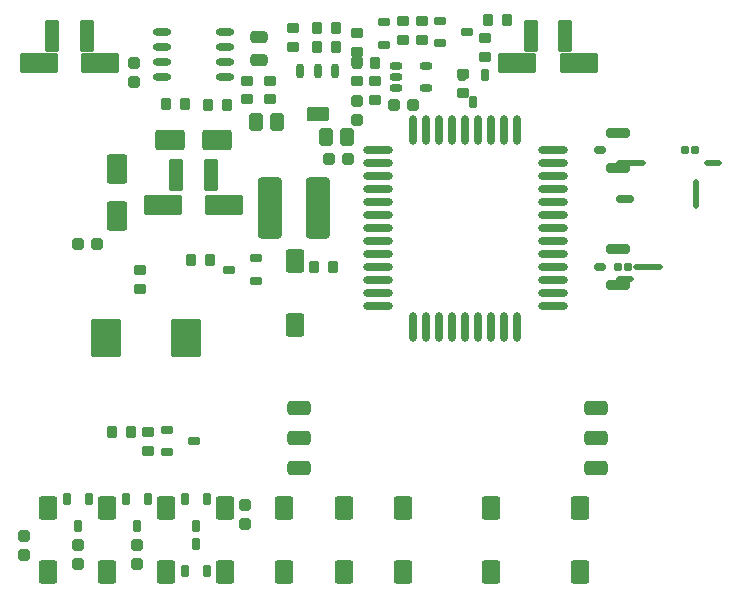
<source format=gtp>
%FSLAX44Y44*%
%MOMM*%
G71*
G01*
G75*
G04 Layer_Color=8421504*
G04:AMPARAMS|DCode=10|XSize=1.6mm|YSize=2mm|CornerRadius=0.248mm|HoleSize=0mm|Usage=FLASHONLY|Rotation=180.000|XOffset=0mm|YOffset=0mm|HoleType=Round|Shape=RoundedRectangle|*
%AMROUNDEDRECTD10*
21,1,1.6000,1.5040,0,0,180.0*
21,1,1.1040,2.0000,0,0,180.0*
1,1,0.4960,-0.5520,0.7520*
1,1,0.4960,0.5520,0.7520*
1,1,0.4960,0.5520,-0.7520*
1,1,0.4960,-0.5520,-0.7520*
%
%ADD10ROUNDEDRECTD10*%
G04:AMPARAMS|DCode=11|XSize=1mm|YSize=0.95mm|CornerRadius=0.1995mm|HoleSize=0mm|Usage=FLASHONLY|Rotation=0.000|XOffset=0mm|YOffset=0mm|HoleType=Round|Shape=RoundedRectangle|*
%AMROUNDEDRECTD11*
21,1,1.0000,0.5510,0,0,0.0*
21,1,0.6010,0.9500,0,0,0.0*
1,1,0.3990,0.3005,-0.2755*
1,1,0.3990,-0.3005,-0.2755*
1,1,0.3990,-0.3005,0.2755*
1,1,0.3990,0.3005,0.2755*
%
%ADD11ROUNDEDRECTD11*%
G04:AMPARAMS|DCode=12|XSize=1.05mm|YSize=0.65mm|CornerRadius=0.2015mm|HoleSize=0mm|Usage=FLASHONLY|Rotation=90.000|XOffset=0mm|YOffset=0mm|HoleType=Round|Shape=RoundedRectangle|*
%AMROUNDEDRECTD12*
21,1,1.0500,0.2470,0,0,90.0*
21,1,0.6470,0.6500,0,0,90.0*
1,1,0.4030,0.1235,0.3235*
1,1,0.4030,0.1235,-0.3235*
1,1,0.4030,-0.1235,-0.3235*
1,1,0.4030,-0.1235,0.3235*
%
%ADD12ROUNDEDRECTD12*%
G04:AMPARAMS|DCode=13|XSize=1mm|YSize=0.9mm|CornerRadius=0.198mm|HoleSize=0mm|Usage=FLASHONLY|Rotation=180.000|XOffset=0mm|YOffset=0mm|HoleType=Round|Shape=RoundedRectangle|*
%AMROUNDEDRECTD13*
21,1,1.0000,0.5040,0,0,180.0*
21,1,0.6040,0.9000,0,0,180.0*
1,1,0.3960,-0.3020,0.2520*
1,1,0.3960,0.3020,0.2520*
1,1,0.3960,0.3020,-0.2520*
1,1,0.3960,-0.3020,-0.2520*
%
%ADD13ROUNDEDRECTD13*%
G04:AMPARAMS|DCode=14|XSize=1.05mm|YSize=0.65mm|CornerRadius=0.2015mm|HoleSize=0mm|Usage=FLASHONLY|Rotation=180.000|XOffset=0mm|YOffset=0mm|HoleType=Round|Shape=RoundedRectangle|*
%AMROUNDEDRECTD14*
21,1,1.0500,0.2470,0,0,180.0*
21,1,0.6470,0.6500,0,0,180.0*
1,1,0.4030,-0.3235,0.1235*
1,1,0.4030,0.3235,0.1235*
1,1,0.4030,0.3235,-0.1235*
1,1,0.4030,-0.3235,-0.1235*
%
%ADD14ROUNDEDRECTD14*%
G04:AMPARAMS|DCode=15|XSize=1mm|YSize=0.9mm|CornerRadius=0.198mm|HoleSize=0mm|Usage=FLASHONLY|Rotation=90.000|XOffset=0mm|YOffset=0mm|HoleType=Round|Shape=RoundedRectangle|*
%AMROUNDEDRECTD15*
21,1,1.0000,0.5040,0,0,90.0*
21,1,0.6040,0.9000,0,0,90.0*
1,1,0.3960,0.2520,0.3020*
1,1,0.3960,0.2520,-0.3020*
1,1,0.3960,-0.2520,-0.3020*
1,1,0.3960,-0.2520,0.3020*
%
%ADD15ROUNDEDRECTD15*%
G04:AMPARAMS|DCode=16|XSize=3.3mm|YSize=2.5mm|CornerRadius=0.2mm|HoleSize=0mm|Usage=FLASHONLY|Rotation=270.000|XOffset=0mm|YOffset=0mm|HoleType=Round|Shape=RoundedRectangle|*
%AMROUNDEDRECTD16*
21,1,3.3000,2.1000,0,0,270.0*
21,1,2.9000,2.5000,0,0,270.0*
1,1,0.4000,-1.0500,-1.4500*
1,1,0.4000,-1.0500,1.4500*
1,1,0.4000,1.0500,1.4500*
1,1,0.4000,1.0500,-1.4500*
%
%ADD16ROUNDEDRECTD16*%
G04:AMPARAMS|DCode=17|XSize=1.45mm|YSize=1.15mm|CornerRadius=0.2013mm|HoleSize=0mm|Usage=FLASHONLY|Rotation=270.000|XOffset=0mm|YOffset=0mm|HoleType=Round|Shape=RoundedRectangle|*
%AMROUNDEDRECTD17*
21,1,1.4500,0.7475,0,0,270.0*
21,1,1.0475,1.1500,0,0,270.0*
1,1,0.4025,-0.3738,-0.5238*
1,1,0.4025,-0.3738,0.5238*
1,1,0.4025,0.3738,0.5238*
1,1,0.4025,0.3738,-0.5238*
%
%ADD17ROUNDEDRECTD17*%
G04:AMPARAMS|DCode=18|XSize=1.2mm|YSize=0.6mm|CornerRadius=0.201mm|HoleSize=0mm|Usage=FLASHONLY|Rotation=270.000|XOffset=0mm|YOffset=0mm|HoleType=Round|Shape=RoundedRectangle|*
%AMROUNDEDRECTD18*
21,1,1.2000,0.1980,0,0,270.0*
21,1,0.7980,0.6000,0,0,270.0*
1,1,0.4020,-0.0990,-0.3990*
1,1,0.4020,-0.0990,0.3990*
1,1,0.4020,0.0990,0.3990*
1,1,0.4020,0.0990,-0.3990*
%
%ADD18ROUNDEDRECTD18*%
G04:AMPARAMS|DCode=19|XSize=1.9mm|YSize=1.2mm|CornerRadius=0.198mm|HoleSize=0mm|Usage=FLASHONLY|Rotation=0.000|XOffset=0mm|YOffset=0mm|HoleType=Round|Shape=RoundedRectangle|*
%AMROUNDEDRECTD19*
21,1,1.9000,0.8040,0,0,0.0*
21,1,1.5040,1.2000,0,0,0.0*
1,1,0.3960,0.7520,-0.4020*
1,1,0.3960,-0.7520,-0.4020*
1,1,0.3960,-0.7520,0.4020*
1,1,0.3960,0.7520,0.4020*
%
%ADD19ROUNDEDRECTD19*%
G04:AMPARAMS|DCode=20|XSize=2.5mm|YSize=1.7mm|CornerRadius=0.204mm|HoleSize=0mm|Usage=FLASHONLY|Rotation=270.000|XOffset=0mm|YOffset=0mm|HoleType=Round|Shape=RoundedRectangle|*
%AMROUNDEDRECTD20*
21,1,2.5000,1.2920,0,0,270.0*
21,1,2.0920,1.7000,0,0,270.0*
1,1,0.4080,-0.6460,-1.0460*
1,1,0.4080,-0.6460,1.0460*
1,1,0.4080,0.6460,1.0460*
1,1,0.4080,0.6460,-1.0460*
%
%ADD20ROUNDEDRECTD20*%
G04:AMPARAMS|DCode=21|XSize=2.7mm|YSize=1.2mm|CornerRadius=0.21mm|HoleSize=0mm|Usage=FLASHONLY|Rotation=90.000|XOffset=0mm|YOffset=0mm|HoleType=Round|Shape=RoundedRectangle|*
%AMROUNDEDRECTD21*
21,1,2.7000,0.7800,0,0,90.0*
21,1,2.2800,1.2000,0,0,90.0*
1,1,0.4200,0.3900,1.1400*
1,1,0.4200,0.3900,-1.1400*
1,1,0.4200,-0.3900,-1.1400*
1,1,0.4200,-0.3900,1.1400*
%
%ADD21ROUNDEDRECTD21*%
G04:AMPARAMS|DCode=22|XSize=1mm|YSize=0.95mm|CornerRadius=0.1995mm|HoleSize=0mm|Usage=FLASHONLY|Rotation=270.000|XOffset=0mm|YOffset=0mm|HoleType=Round|Shape=RoundedRectangle|*
%AMROUNDEDRECTD22*
21,1,1.0000,0.5510,0,0,270.0*
21,1,0.6010,0.9500,0,0,270.0*
1,1,0.3990,-0.2755,-0.3005*
1,1,0.3990,-0.2755,0.3005*
1,1,0.3990,0.2755,0.3005*
1,1,0.3990,0.2755,-0.3005*
%
%ADD22ROUNDEDRECTD22*%
G04:AMPARAMS|DCode=23|XSize=0.7mm|YSize=1mm|CornerRadius=0.175mm|HoleSize=0mm|Usage=FLASHONLY|Rotation=90.000|XOffset=0mm|YOffset=0mm|HoleType=Round|Shape=RoundedRectangle|*
%AMROUNDEDRECTD23*
21,1,0.7000,0.6500,0,0,90.0*
21,1,0.3500,1.0000,0,0,90.0*
1,1,0.3500,0.3250,0.1750*
1,1,0.3500,0.3250,-0.1750*
1,1,0.3500,-0.3250,-0.1750*
1,1,0.3500,-0.3250,0.1750*
%
%ADD23ROUNDEDRECTD23*%
G04:AMPARAMS|DCode=24|XSize=0.8mm|YSize=2mm|CornerRadius=0.2mm|HoleSize=0mm|Usage=FLASHONLY|Rotation=90.000|XOffset=0mm|YOffset=0mm|HoleType=Round|Shape=RoundedRectangle|*
%AMROUNDEDRECTD24*
21,1,0.8000,1.6000,0,0,90.0*
21,1,0.4000,2.0000,0,0,90.0*
1,1,0.4000,0.8000,0.2000*
1,1,0.4000,0.8000,-0.2000*
1,1,0.4000,-0.8000,-0.2000*
1,1,0.4000,-0.8000,0.2000*
%
%ADD24ROUNDEDRECTD24*%
G04:AMPARAMS|DCode=25|XSize=1.45mm|YSize=0.95mm|CornerRadius=0.1995mm|HoleSize=0mm|Usage=FLASHONLY|Rotation=0.000|XOffset=0mm|YOffset=0mm|HoleType=Round|Shape=RoundedRectangle|*
%AMROUNDEDRECTD25*
21,1,1.4500,0.5510,0,0,0.0*
21,1,1.0510,0.9500,0,0,0.0*
1,1,0.3990,0.5255,-0.2755*
1,1,0.3990,-0.5255,-0.2755*
1,1,0.3990,-0.5255,0.2755*
1,1,0.3990,0.5255,0.2755*
%
%ADD25ROUNDEDRECTD25*%
%ADD26O,1.5500X0.6000*%
G04:AMPARAMS|DCode=27|XSize=5.2mm|YSize=2mm|CornerRadius=0.25mm|HoleSize=0mm|Usage=FLASHONLY|Rotation=270.000|XOffset=0mm|YOffset=0mm|HoleType=Round|Shape=RoundedRectangle|*
%AMROUNDEDRECTD27*
21,1,5.2000,1.5000,0,0,270.0*
21,1,4.7000,2.0000,0,0,270.0*
1,1,0.5000,-0.7500,-2.3500*
1,1,0.5000,-0.7500,2.3500*
1,1,0.5000,0.7500,2.3500*
1,1,0.5000,0.7500,-2.3500*
%
%ADD27ROUNDEDRECTD27*%
G04:AMPARAMS|DCode=28|XSize=2.5mm|YSize=1.7mm|CornerRadius=0.204mm|HoleSize=0mm|Usage=FLASHONLY|Rotation=180.000|XOffset=0mm|YOffset=0mm|HoleType=Round|Shape=RoundedRectangle|*
%AMROUNDEDRECTD28*
21,1,2.5000,1.2920,0,0,180.0*
21,1,2.0920,1.7000,0,0,180.0*
1,1,0.4080,-1.0460,0.6460*
1,1,0.4080,1.0460,0.6460*
1,1,0.4080,1.0460,-0.6460*
1,1,0.4080,-1.0460,-0.6460*
%
%ADD28ROUNDEDRECTD28*%
G04:AMPARAMS|DCode=29|XSize=3.3mm|YSize=1.65mm|CornerRadius=0.198mm|HoleSize=0mm|Usage=FLASHONLY|Rotation=180.000|XOffset=0mm|YOffset=0mm|HoleType=Round|Shape=RoundedRectangle|*
%AMROUNDEDRECTD29*
21,1,3.3000,1.2540,0,0,180.0*
21,1,2.9040,1.6500,0,0,180.0*
1,1,0.3960,-1.4520,0.6270*
1,1,0.3960,1.4520,0.6270*
1,1,0.3960,1.4520,-0.6270*
1,1,0.3960,-1.4520,-0.6270*
%
%ADD29ROUNDEDRECTD29*%
G04:AMPARAMS|DCode=30|XSize=1.2mm|YSize=2mm|CornerRadius=0.3mm|HoleSize=0mm|Usage=FLASHONLY|Rotation=270.000|XOffset=0mm|YOffset=0mm|HoleType=Round|Shape=RoundedRectangle|*
%AMROUNDEDRECTD30*
21,1,1.2000,1.4000,0,0,270.0*
21,1,0.6000,2.0000,0,0,270.0*
1,1,0.6000,-0.7000,-0.3000*
1,1,0.6000,-0.7000,0.3000*
1,1,0.6000,0.7000,0.3000*
1,1,0.6000,0.7000,-0.3000*
%
%ADD30ROUNDEDRECTD30*%
%ADD31O,2.5000X0.7000*%
%ADD32O,0.7000X2.5000*%
G04:AMPARAMS|DCode=33|XSize=0.67mm|YSize=0.67mm|CornerRadius=0.1508mm|HoleSize=0mm|Usage=FLASHONLY|Rotation=180.000|XOffset=0mm|YOffset=0mm|HoleType=Round|Shape=RoundedRectangle|*
%AMROUNDEDRECTD33*
21,1,0.6700,0.3685,0,0,180.0*
21,1,0.3685,0.6700,0,0,180.0*
1,1,0.3015,-0.1843,0.1843*
1,1,0.3015,0.1843,0.1843*
1,1,0.3015,0.1843,-0.1843*
1,1,0.3015,-0.1843,-0.1843*
%
%ADD33ROUNDEDRECTD33*%
G04:AMPARAMS|DCode=34|XSize=1.1mm|YSize=0.6mm|CornerRadius=0.201mm|HoleSize=0mm|Usage=FLASHONLY|Rotation=0.000|XOffset=0mm|YOffset=0mm|HoleType=Round|Shape=RoundedRectangle|*
%AMROUNDEDRECTD34*
21,1,1.1000,0.1980,0,0,0.0*
21,1,0.6980,0.6000,0,0,0.0*
1,1,0.4020,0.3490,-0.0990*
1,1,0.4020,-0.3490,-0.0990*
1,1,0.4020,-0.3490,0.0990*
1,1,0.4020,0.3490,0.0990*
%
%ADD34ROUNDEDRECTD34*%
%ADD35O,1.5000X0.5000*%
%ADD36O,0.5000X2.5000*%
G04:AMPARAMS|DCode=37|XSize=0.7mm|YSize=1.5mm|CornerRadius=0.175mm|HoleSize=0mm|Usage=FLASHONLY|Rotation=90.000|XOffset=0mm|YOffset=0mm|HoleType=Round|Shape=RoundedRectangle|*
%AMROUNDEDRECTD37*
21,1,0.7000,1.1500,0,0,90.0*
21,1,0.3500,1.5000,0,0,90.0*
1,1,0.3500,0.5750,0.1750*
1,1,0.3500,0.5750,-0.1750*
1,1,0.3500,-0.5750,-0.1750*
1,1,0.3500,-0.5750,0.1750*
%
%ADD37ROUNDEDRECTD37*%
%ADD38O,2.5000X0.5000*%
%ADD39C,0.5000*%
%ADD40C,0.4000*%
%ADD41C,0.8000*%
%ADD42C,0.6000*%
%ADD43C,0.6500*%
%ADD44C,0.2500*%
%ADD45C,0.7000*%
%ADD46C,1.5000*%
%ADD47C,2.0000*%
%ADD48C,2.0000*%
%ADD49C,2.2000*%
%ADD50C,1.3000*%
G04:AMPARAMS|DCode=51|XSize=1.3mm|YSize=1.3mm|CornerRadius=0.325mm|HoleSize=0mm|Usage=FLASHONLY|Rotation=0.000|XOffset=0mm|YOffset=0mm|HoleType=Round|Shape=RoundedRectangle|*
%AMROUNDEDRECTD51*
21,1,1.3000,0.6500,0,0,0.0*
21,1,0.6500,1.3000,0,0,0.0*
1,1,0.6500,0.3250,-0.3250*
1,1,0.6500,-0.3250,-0.3250*
1,1,0.6500,-0.3250,0.3250*
1,1,0.6500,0.3250,0.3250*
%
%ADD51ROUNDEDRECTD51*%
G04:AMPARAMS|DCode=52|XSize=1.3mm|YSize=1.3mm|CornerRadius=0.1625mm|HoleSize=0mm|Usage=FLASHONLY|Rotation=270.000|XOffset=0mm|YOffset=0mm|HoleType=Round|Shape=RoundedRectangle|*
%AMROUNDEDRECTD52*
21,1,1.3000,0.9750,0,0,270.0*
21,1,0.9750,1.3000,0,0,270.0*
1,1,0.3250,-0.4875,-0.4875*
1,1,0.3250,-0.4875,0.4875*
1,1,0.3250,0.4875,0.4875*
1,1,0.3250,0.4875,-0.4875*
%
%ADD52ROUNDEDRECTD52*%
%ADD53R,2.5000X5.0000*%
%ADD54R,5.0000X2.5000*%
%ADD55O,2.0000X1.3000*%
%ADD56R,1.6000X1.6000*%
%ADD57C,1.6000*%
G04:AMPARAMS|DCode=58|XSize=1.6mm|YSize=1.6mm|CornerRadius=0.2mm|HoleSize=0mm|Usage=FLASHONLY|Rotation=270.000|XOffset=0mm|YOffset=0mm|HoleType=Round|Shape=RoundedRectangle|*
%AMROUNDEDRECTD58*
21,1,1.6000,1.2000,0,0,270.0*
21,1,1.2000,1.6000,0,0,270.0*
1,1,0.4000,-0.6000,-0.6000*
1,1,0.4000,-0.6000,0.6000*
1,1,0.4000,0.6000,0.6000*
1,1,0.4000,0.6000,-0.6000*
%
%ADD58ROUNDEDRECTD58*%
%ADD59C,1.8000*%
G04:AMPARAMS|DCode=60|XSize=1.4mm|YSize=1.4mm|CornerRadius=0.175mm|HoleSize=0mm|Usage=FLASHONLY|Rotation=270.000|XOffset=0mm|YOffset=0mm|HoleType=Round|Shape=RoundedRectangle|*
%AMROUNDEDRECTD60*
21,1,1.4000,1.0500,0,0,270.0*
21,1,1.0500,1.4000,0,0,270.0*
1,1,0.3500,-0.5250,-0.5250*
1,1,0.3500,-0.5250,0.5250*
1,1,0.3500,0.5250,0.5250*
1,1,0.3500,0.5250,-0.5250*
%
%ADD60ROUNDEDRECTD60*%
%ADD61C,2.5000*%
G04:AMPARAMS|DCode=62|XSize=1mm|YSize=1mm|CornerRadius=0.25mm|HoleSize=0mm|Usage=FLASHONLY|Rotation=180.000|XOffset=0mm|YOffset=0mm|HoleType=Round|Shape=RoundedRectangle|*
%AMROUNDEDRECTD62*
21,1,1.0000,0.5000,0,0,180.0*
21,1,0.5000,1.0000,0,0,180.0*
1,1,0.5000,-0.2500,0.2500*
1,1,0.5000,0.2500,0.2500*
1,1,0.5000,0.2500,-0.2500*
1,1,0.5000,-0.2500,-0.2500*
%
%ADD62ROUNDEDRECTD62*%
%ADD63C,7.0000*%
%ADD64C,1.0000*%
G04:AMPARAMS|DCode=65|XSize=0.7mm|YSize=2.5mm|CornerRadius=0.175mm|HoleSize=0mm|Usage=FLASHONLY|Rotation=270.000|XOffset=0mm|YOffset=0mm|HoleType=Round|Shape=RoundedRectangle|*
%AMROUNDEDRECTD65*
21,1,0.7000,2.1500,0,0,270.0*
21,1,0.3500,2.5000,0,0,270.0*
1,1,0.3500,-1.0750,-0.1750*
1,1,0.3500,-1.0750,0.1750*
1,1,0.3500,1.0750,0.1750*
1,1,0.3500,1.0750,-0.1750*
%
%ADD65ROUNDEDRECTD65*%
%ADD66C,0.2000*%
%ADD67C,0.3000*%
%ADD68C,0.1500*%
%ADD69C,0.1000*%
%ADD70C,0.2540*%
D10*
X172000Y18750D02*
D03*
Y72750D02*
D03*
X272000Y18750D02*
D03*
Y72750D02*
D03*
X222000Y18750D02*
D03*
Y72750D02*
D03*
X322000Y18750D02*
D03*
Y72750D02*
D03*
X372000Y18750D02*
D03*
Y72750D02*
D03*
X422000Y18750D02*
D03*
Y72750D02*
D03*
X497250Y19250D02*
D03*
Y73250D02*
D03*
X572000Y18750D02*
D03*
Y72750D02*
D03*
X122000D02*
D03*
Y18750D02*
D03*
X330750Y282000D02*
D03*
Y228000D02*
D03*
D11*
X101750Y33250D02*
D03*
Y49250D02*
D03*
X147000Y26000D02*
D03*
Y42000D02*
D03*
X197000Y26000D02*
D03*
Y42000D02*
D03*
X288196Y75500D02*
D03*
Y59500D02*
D03*
X383000Y402000D02*
D03*
Y418000D02*
D03*
X195000Y434000D02*
D03*
Y450000D02*
D03*
D12*
X237500Y19750D02*
D03*
X256500D02*
D03*
X247000Y42750D02*
D03*
X256500Y80500D02*
D03*
X237500D02*
D03*
X247000Y57500D02*
D03*
X482000Y416944D02*
D03*
X472500Y439944D02*
D03*
X491500D02*
D03*
X147000Y57500D02*
D03*
X137500Y80500D02*
D03*
X156500D02*
D03*
X197000Y57500D02*
D03*
X187500Y80500D02*
D03*
X206500D02*
D03*
D13*
X383000Y450400D02*
D03*
Y434400D02*
D03*
X399000Y434858D02*
D03*
Y418858D02*
D03*
X328815Y463500D02*
D03*
Y479500D02*
D03*
X206750Y121750D02*
D03*
Y137750D02*
D03*
X290000Y419000D02*
D03*
Y435000D02*
D03*
X310000D02*
D03*
Y419000D02*
D03*
X473032Y440500D02*
D03*
Y424500D02*
D03*
X492000Y471000D02*
D03*
Y455000D02*
D03*
X422000Y469500D02*
D03*
Y485500D02*
D03*
X383000Y475106D02*
D03*
Y459106D02*
D03*
X438000Y485500D02*
D03*
Y469500D02*
D03*
X199500Y274500D02*
D03*
Y258500D02*
D03*
D14*
X406000Y465400D02*
D03*
Y484400D02*
D03*
X383000Y474900D02*
D03*
X222250Y139250D02*
D03*
Y120250D02*
D03*
X245250Y129750D02*
D03*
X274750Y275000D02*
D03*
X297750Y284500D02*
D03*
Y265500D02*
D03*
X476500Y476000D02*
D03*
X453500Y466500D02*
D03*
Y485500D02*
D03*
D15*
X399000Y449900D02*
D03*
X383000D02*
D03*
X349579Y479500D02*
D03*
X365579D02*
D03*
Y463500D02*
D03*
X349579D02*
D03*
X238000Y415000D02*
D03*
X222000D02*
D03*
X273000Y414500D02*
D03*
X257000D02*
D03*
X243000Y283500D02*
D03*
X259000D02*
D03*
X362750Y277000D02*
D03*
X346750D02*
D03*
X175750Y137750D02*
D03*
X191750D02*
D03*
X510000Y486000D02*
D03*
X494000D02*
D03*
D16*
X171000Y217000D02*
D03*
X239000D02*
D03*
D17*
X298000Y400000D02*
D03*
X316000D02*
D03*
X375000Y387000D02*
D03*
X357000D02*
D03*
D18*
X365000Y443500D02*
D03*
X350000D02*
D03*
X335000D02*
D03*
D19*
X350000Y406500D02*
D03*
D20*
X180000Y360000D02*
D03*
Y320000D02*
D03*
D21*
X154500Y472750D02*
D03*
X125500D02*
D03*
X259500Y355000D02*
D03*
X230500D02*
D03*
X559500Y472750D02*
D03*
X530500D02*
D03*
D22*
X415000Y414000D02*
D03*
X431000D02*
D03*
X376000Y369000D02*
D03*
X360000D02*
D03*
X163500Y296500D02*
D03*
X147500D02*
D03*
D23*
X589100Y277000D02*
D03*
Y376000D02*
D03*
D24*
X604100Y262000D02*
D03*
Y292000D02*
D03*
Y391000D02*
D03*
Y361000D02*
D03*
D25*
X300000Y452000D02*
D03*
Y472000D02*
D03*
D26*
X272000Y476050D02*
D03*
Y463350D02*
D03*
Y450650D02*
D03*
Y437954D02*
D03*
X218000D02*
D03*
Y450650D02*
D03*
Y463350D02*
D03*
Y476050D02*
D03*
D27*
X310000Y327000D02*
D03*
X350000D02*
D03*
D28*
X265000Y385000D02*
D03*
X225000D02*
D03*
D29*
X114000Y450000D02*
D03*
X166000D02*
D03*
X571000D02*
D03*
X519000D02*
D03*
X271000Y330000D02*
D03*
X219000D02*
D03*
D30*
X334000Y132700D02*
D03*
X586000Y107300D02*
D03*
Y132700D02*
D03*
Y158100D02*
D03*
X334000D02*
D03*
Y107300D02*
D03*
D31*
X401000Y244000D02*
D03*
Y255000D02*
D03*
Y266000D02*
D03*
Y277000D02*
D03*
Y288000D02*
D03*
Y299000D02*
D03*
Y310000D02*
D03*
Y321000D02*
D03*
Y332000D02*
D03*
Y343000D02*
D03*
Y354000D02*
D03*
Y365000D02*
D03*
Y376000D02*
D03*
X549000D02*
D03*
Y365000D02*
D03*
Y354000D02*
D03*
Y343000D02*
D03*
Y332000D02*
D03*
Y321000D02*
D03*
Y310000D02*
D03*
Y299000D02*
D03*
Y288000D02*
D03*
Y277000D02*
D03*
Y266000D02*
D03*
Y255000D02*
D03*
Y244000D02*
D03*
D32*
X431000Y226500D02*
D03*
X442000D02*
D03*
X453000D02*
D03*
X464000D02*
D03*
X475000D02*
D03*
X486000D02*
D03*
X497000D02*
D03*
X508000D02*
D03*
X519000D02*
D03*
Y393500D02*
D03*
X508000D02*
D03*
X497000D02*
D03*
X486000D02*
D03*
X475000D02*
D03*
X464000D02*
D03*
X453000D02*
D03*
X442000D02*
D03*
X431000D02*
D03*
D33*
X669900Y376000D02*
D03*
X661100D02*
D03*
X612900Y277000D02*
D03*
X604100D02*
D03*
D34*
X416000Y447500D02*
D03*
Y438000D02*
D03*
Y428500D02*
D03*
X442000D02*
D03*
Y447500D02*
D03*
D35*
X610000Y267000D02*
D03*
X685000Y365000D02*
D03*
D36*
X670000Y339000D02*
D03*
D37*
X610000Y335000D02*
D03*
D38*
X615022Y365000D02*
D03*
X630000Y277000D02*
D03*
M02*

</source>
